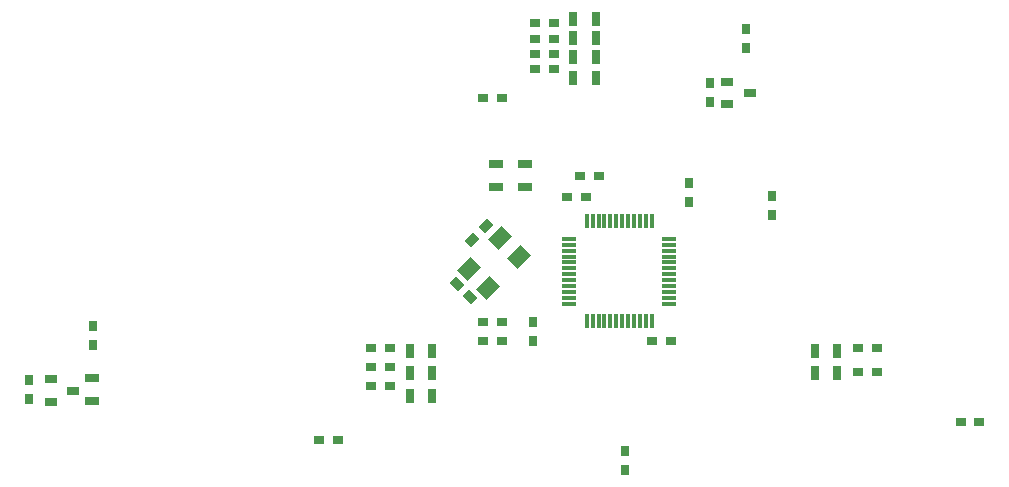
<source format=gtp>
G04*
G04 #@! TF.GenerationSoftware,Altium Limited,Altium Designer,23.5.1 (21)*
G04*
G04 Layer_Color=8421504*
%FSLAX25Y25*%
%MOIN*%
G70*
G04*
G04 #@! TF.SameCoordinates,AFD14176-74B1-4AA8-BEBF-F55300C3C1FD*
G04*
G04*
G04 #@! TF.FilePolarity,Positive*
G04*
G01*
G75*
%ADD15R,0.03100X0.03800*%
%ADD16R,0.04331X0.03150*%
%ADD17R,0.02756X0.05118*%
%ADD18R,0.03800X0.03100*%
%ADD19R,0.04724X0.01181*%
%ADD20R,0.01181X0.04724*%
%ADD21R,0.05118X0.02756*%
G04:AMPARAMS|DCode=22|XSize=31mil|YSize=38mil|CornerRadius=0mil|HoleSize=0mil|Usage=FLASHONLY|Rotation=315.000|XOffset=0mil|YOffset=0mil|HoleType=Round|Shape=Rectangle|*
%AMROTATEDRECTD22*
4,1,4,-0.02439,-0.00248,0.00248,0.02439,0.02439,0.00248,-0.00248,-0.02439,-0.02439,-0.00248,0.0*
%
%ADD22ROTATEDRECTD22*%

G04:AMPARAMS|DCode=23|XSize=62.99mil|YSize=49.21mil|CornerRadius=0mil|HoleSize=0mil|Usage=FLASHONLY|Rotation=225.000|XOffset=0mil|YOffset=0mil|HoleType=Round|Shape=Rectangle|*
%AMROTATEDRECTD23*
4,1,4,0.00487,0.03967,0.03967,0.00487,-0.00487,-0.03967,-0.03967,-0.00487,0.00487,0.03967,0.0*
%
%ADD23ROTATEDRECTD23*%

G04:AMPARAMS|DCode=24|XSize=31mil|YSize=38mil|CornerRadius=0mil|HoleSize=0mil|Usage=FLASHONLY|Rotation=225.000|XOffset=0mil|YOffset=0mil|HoleType=Round|Shape=Rectangle|*
%AMROTATEDRECTD24*
4,1,4,-0.00248,0.02439,0.02439,-0.00248,0.00248,-0.02439,-0.02439,0.00248,-0.00248,0.02439,0.0*
%
%ADD24ROTATEDRECTD24*%

D15*
X687008Y555906D02*
D03*
Y549606D02*
D03*
X675197Y531496D02*
D03*
Y537796D02*
D03*
X695669Y500394D02*
D03*
Y494094D02*
D03*
X668110Y504725D02*
D03*
Y498425D02*
D03*
X616142Y451968D02*
D03*
Y458268D02*
D03*
X448032Y432677D02*
D03*
Y438977D02*
D03*
X646850Y415355D02*
D03*
Y409055D02*
D03*
X469413Y450693D02*
D03*
Y456992D02*
D03*
D16*
X680925Y538386D02*
D03*
Y530905D02*
D03*
X688366Y534646D02*
D03*
X455335Y439173D02*
D03*
Y431693D02*
D03*
X462776Y435433D02*
D03*
D17*
X629528Y539764D02*
D03*
X637008D02*
D03*
X629528Y546457D02*
D03*
X637008D02*
D03*
X629528Y552953D02*
D03*
X637008D02*
D03*
X629528Y559228D02*
D03*
X637008D02*
D03*
X575000Y433756D02*
D03*
X582480D02*
D03*
X575000Y441268D02*
D03*
X582480D02*
D03*
X575000Y448779D02*
D03*
X582480D02*
D03*
X710039D02*
D03*
X717520D02*
D03*
X710039Y441268D02*
D03*
X717520D02*
D03*
D18*
X605906Y533071D02*
D03*
X599606D02*
D03*
X633859Y500000D02*
D03*
X627559D02*
D03*
X638189Y507087D02*
D03*
X631889D02*
D03*
X599606Y458268D02*
D03*
X605906D02*
D03*
Y451968D02*
D03*
X599606D02*
D03*
X544881Y418898D02*
D03*
X551182D02*
D03*
X568504Y443339D02*
D03*
X562204D02*
D03*
X568504Y437008D02*
D03*
X562204D02*
D03*
X568504Y449669D02*
D03*
X562204D02*
D03*
X655905Y451968D02*
D03*
X662205D02*
D03*
X758661Y424803D02*
D03*
X764961D02*
D03*
X730709Y449606D02*
D03*
X724409D02*
D03*
X730709Y441732D02*
D03*
X724409D02*
D03*
X616929Y552756D02*
D03*
X623229D02*
D03*
X616929Y557874D02*
D03*
X623229D02*
D03*
X616929Y547638D02*
D03*
X623229D02*
D03*
X616929Y542520D02*
D03*
X623229D02*
D03*
D19*
X628150Y486024D02*
D03*
Y484055D02*
D03*
Y482087D02*
D03*
Y480118D02*
D03*
Y478150D02*
D03*
Y476181D02*
D03*
Y474213D02*
D03*
Y472244D02*
D03*
Y470276D02*
D03*
Y468307D02*
D03*
Y466339D02*
D03*
Y464370D02*
D03*
X661614D02*
D03*
Y466339D02*
D03*
Y468307D02*
D03*
Y470276D02*
D03*
Y472244D02*
D03*
Y474213D02*
D03*
Y476181D02*
D03*
Y478150D02*
D03*
Y480118D02*
D03*
Y482087D02*
D03*
Y484055D02*
D03*
Y486024D02*
D03*
D20*
X634055Y458465D02*
D03*
X636024D02*
D03*
X637992D02*
D03*
X639961D02*
D03*
X641929D02*
D03*
X643898D02*
D03*
X645866D02*
D03*
X647835D02*
D03*
X649803D02*
D03*
X651772D02*
D03*
X653740D02*
D03*
X655709D02*
D03*
Y491929D02*
D03*
X653740D02*
D03*
X651772D02*
D03*
X649803D02*
D03*
X647835D02*
D03*
X645866D02*
D03*
X643898D02*
D03*
X641929D02*
D03*
X639961D02*
D03*
X637992D02*
D03*
X636024D02*
D03*
X634055D02*
D03*
D21*
X613386Y510827D02*
D03*
Y503346D02*
D03*
X603937Y510827D02*
D03*
Y503346D02*
D03*
X469291Y439567D02*
D03*
Y432087D02*
D03*
D22*
X595939Y485703D02*
D03*
X600394Y490158D02*
D03*
D23*
X601062Y469740D02*
D03*
X611362Y480041D02*
D03*
X594937Y475865D02*
D03*
X605237Y486165D02*
D03*
D24*
X595276Y466535D02*
D03*
X590821Y470990D02*
D03*
M02*

</source>
